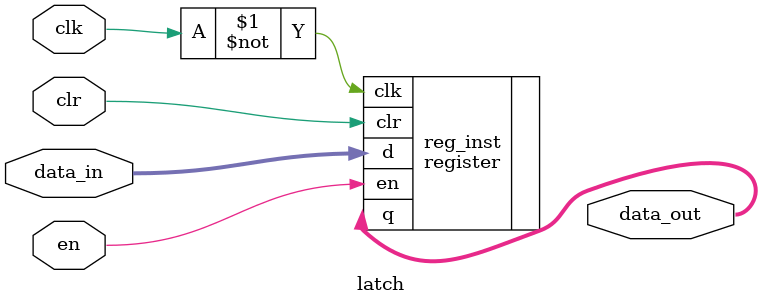
<source format=v>
module latch(data_out, data_in, clk, en, clr);
    input [31:0] data_in;
    input clk, en, clr;
    output [31:0] data_out;

    // Instantiate register to capture data on falling edge
    register reg_inst(
        .q(data_out),
        .d(data_in),
        .clk(~clk), // Use inverted clock for falling edge behavior
        .en(en),
        .clr(clr)
    );
endmodule

</source>
